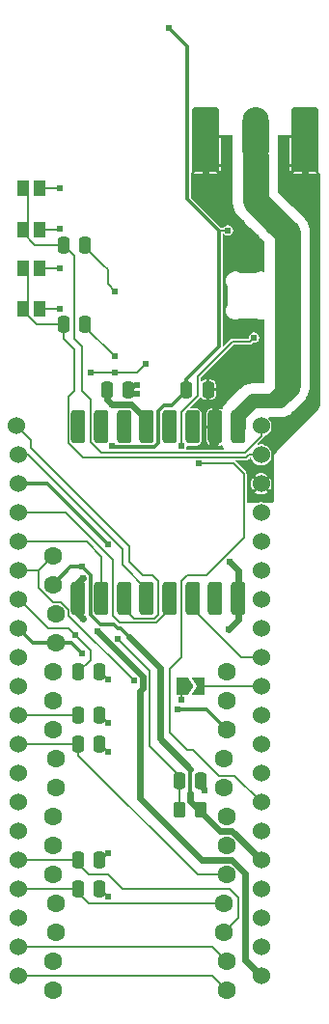
<source format=gbr>
%TF.GenerationSoftware,KiCad,Pcbnew,7.0.2-0*%
%TF.CreationDate,2023-07-09T23:01:49-07:00*%
%TF.ProjectId,thumbs-down-hw,7468756d-6273-42d6-946f-776e2d68772e,rev?*%
%TF.SameCoordinates,PX80fd3d8PY8977a68*%
%TF.FileFunction,Copper,L1,Top*%
%TF.FilePolarity,Positive*%
%FSLAX46Y46*%
G04 Gerber Fmt 4.6, Leading zero omitted, Abs format (unit mm)*
G04 Created by KiCad (PCBNEW 7.0.2-0) date 2023-07-09 23:01:49*
%MOMM*%
%LPD*%
G01*
G04 APERTURE LIST*
G04 Aperture macros list*
%AMRoundRect*
0 Rectangle with rounded corners*
0 $1 Rounding radius*
0 $2 $3 $4 $5 $6 $7 $8 $9 X,Y pos of 4 corners*
0 Add a 4 corners polygon primitive as box body*
4,1,4,$2,$3,$4,$5,$6,$7,$8,$9,$2,$3,0*
0 Add four circle primitives for the rounded corners*
1,1,$1+$1,$2,$3*
1,1,$1+$1,$4,$5*
1,1,$1+$1,$6,$7*
1,1,$1+$1,$8,$9*
0 Add four rect primitives between the rounded corners*
20,1,$1+$1,$2,$3,$4,$5,0*
20,1,$1+$1,$4,$5,$6,$7,0*
20,1,$1+$1,$6,$7,$8,$9,0*
20,1,$1+$1,$8,$9,$2,$3,0*%
%AMFreePoly0*
4,1,6,1.000000,0.000000,0.500000,-0.750000,-0.500000,-0.750000,-0.500000,0.750000,0.500000,0.750000,1.000000,0.000000,1.000000,0.000000,$1*%
%AMFreePoly1*
4,1,6,0.500000,-0.750000,-0.650000,-0.750000,-0.150000,0.000000,-0.650000,0.750000,0.500000,0.750000,0.500000,-0.750000,0.500000,-0.750000,$1*%
G04 Aperture macros list end*
%TA.AperFunction,SMDPad,CuDef*%
%ADD10RoundRect,0.250000X-0.250000X-0.475000X0.250000X-0.475000X0.250000X0.475000X-0.250000X0.475000X0*%
%TD*%
%TA.AperFunction,SMDPad,CuDef*%
%ADD11R,1.050000X1.400000*%
%TD*%
%TA.AperFunction,SMDPad,CuDef*%
%ADD12RoundRect,0.250000X0.262500X0.450000X-0.262500X0.450000X-0.262500X-0.450000X0.262500X-0.450000X0*%
%TD*%
%TA.AperFunction,ComponentPad*%
%ADD13C,1.600000*%
%TD*%
%TA.AperFunction,SMDPad,CuDef*%
%ADD14RoundRect,1.145000X0.000000X1.395000X0.000000X-1.395000X0.000000X-1.395000X0.000000X1.395000X0*%
%TD*%
%TA.AperFunction,ComponentPad*%
%ADD15C,1.204800*%
%TD*%
%TA.AperFunction,SMDPad,CuDef*%
%ADD16RoundRect,0.304800X-0.905200X2.235200X-0.905200X-2.235200X0.905200X-2.235200X0.905200X2.235200X0*%
%TD*%
%TA.AperFunction,SMDPad,CuDef*%
%ADD17RoundRect,0.304800X-0.905200X0.330200X-0.905200X-0.330200X0.905200X-0.330200X0.905200X0.330200X0*%
%TD*%
%TA.AperFunction,ComponentPad*%
%ADD18C,0.609600*%
%TD*%
%TA.AperFunction,SMDPad,CuDef*%
%ADD19FreePoly0,0.000000*%
%TD*%
%TA.AperFunction,SMDPad,CuDef*%
%ADD20FreePoly1,0.000000*%
%TD*%
%TA.AperFunction,SMDPad,CuDef*%
%ADD21RoundRect,0.317500X0.317500X-1.157500X0.317500X1.157500X-0.317500X1.157500X-0.317500X-1.157500X0*%
%TD*%
%TA.AperFunction,ComponentPad*%
%ADD22C,1.524000*%
%TD*%
%TA.AperFunction,ViaPad*%
%ADD23C,0.609600*%
%TD*%
%TA.AperFunction,Conductor*%
%ADD24C,0.203200*%
%TD*%
%TA.AperFunction,Conductor*%
%ADD25C,0.609600*%
%TD*%
%TA.AperFunction,Conductor*%
%ADD26C,0.304800*%
%TD*%
%TA.AperFunction,Conductor*%
%ADD27C,0.152400*%
%TD*%
%TA.AperFunction,Conductor*%
%ADD28C,1.270000*%
%TD*%
%TA.AperFunction,Conductor*%
%ADD29C,2.290000*%
%TD*%
G04 APERTURE END LIST*
D10*
%TO.P,C6,1*%
%TO.N,+3V3*%
X9210000Y59690000D03*
%TO.P,C6,2*%
%TO.N,GND*%
X11110000Y59690000D03*
%TD*%
%TO.P,C5,1*%
%TO.N,/GPIO3*%
X6670000Y18415000D03*
%TO.P,C5,2*%
%TO.N,GND*%
X8570000Y18415000D03*
%TD*%
%TO.P,C1,1*%
%TO.N,/GPIO10*%
X6670000Y34925000D03*
%TO.P,C1,2*%
%TO.N,GND*%
X8570000Y34925000D03*
%TD*%
D11*
%TO.P,SW10,1,1*%
%TO.N,/SW_V*%
X3260000Y70380000D03*
X3260000Y66780000D03*
%TO.P,SW10,2,2*%
%TO.N,/GPIO17*%
X1820000Y70380000D03*
X1820000Y66780000D03*
%TD*%
D12*
%TO.P,R1,1*%
%TO.N,+3V3*%
X17422500Y22860000D03*
%TO.P,R1,2*%
%TO.N,/SW_V*%
X15597500Y22860000D03*
%TD*%
D10*
%TO.P,C3,1*%
%TO.N,/GPIO6*%
X6670000Y28575000D03*
%TO.P,C3,2*%
%TO.N,GND*%
X8570000Y28575000D03*
%TD*%
D13*
%TO.P,A1,1,~{RESET}*%
%TO.N,/GPIO11*%
X4445000Y45085000D03*
%TO.P,A1,2,3V3*%
%TO.N,+3V3*%
X4445000Y42545000D03*
%TO.P,A1,3,AREF*%
%TO.N,unconnected-(A1-AREF-Pad3)*%
X4699000Y40005000D03*
%TO.P,A1,4,GND*%
%TO.N,GND*%
X4699000Y37465000D03*
%TO.P,A1,5,A0*%
%TO.N,unconnected-(A1-A0-Pad5)*%
X4445000Y34925000D03*
%TO.P,A1,6,A1*%
%TO.N,unconnected-(A1-A1-Pad6)*%
X4445000Y32385000D03*
%TO.P,A1,7,A2*%
%TO.N,unconnected-(A1-A2-Pad7)*%
X4445000Y29845000D03*
%TO.P,A1,8,A3*%
%TO.N,unconnected-(A1-A3-Pad8)*%
X4699000Y27305000D03*
%TO.P,A1,9,A4*%
%TO.N,unconnected-(A1-A4-Pad9)*%
X4699000Y24765000D03*
%TO.P,A1,10,A5*%
%TO.N,unconnected-(A1-A5-Pad10)*%
X4445000Y22225000D03*
%TO.P,A1,11,SCK*%
%TO.N,unconnected-(A1-SCK-Pad11)*%
X4445000Y19685000D03*
%TO.P,A1,12,MOSI*%
%TO.N,unconnected-(A1-MOSI-Pad12)*%
X4445000Y17145000D03*
%TO.P,A1,13,MISO*%
%TO.N,unconnected-(A1-MISO-Pad13)*%
X4699000Y14605000D03*
%TO.P,A1,14,RX*%
%TO.N,unconnected-(A1-RX-Pad14)*%
X4699000Y12065000D03*
%TO.P,A1,15,TX*%
%TO.N,unconnected-(A1-TX-Pad15)*%
X4445000Y9525000D03*
%TO.P,A1,16,SPARE*%
%TO.N,unconnected-(A1-SPARE-Pad16)*%
X4445000Y6985000D03*
%TO.P,A1,17,SDA*%
%TO.N,/DISP_SDA*%
X19685000Y6985000D03*
%TO.P,A1,18,SCL*%
%TO.N,/DISP_SCL*%
X19685000Y9525000D03*
%TO.P,A1,19,D0*%
%TO.N,/GPIO3*%
X19431000Y12065000D03*
%TO.P,A1,20,D1*%
%TO.N,/GPIO2*%
X19431000Y14605000D03*
%TO.P,A1,21,D2*%
%TO.N,/GPIO6*%
X19685000Y17145000D03*
%TO.P,A1,22,D3*%
%TO.N,unconnected-(A1-D3-Pad22)*%
X19685000Y19685000D03*
%TO.P,A1,23,D4*%
%TO.N,unconnected-(A1-D4-Pad23)*%
X19685000Y22225000D03*
%TO.P,A1,24,D5*%
%TO.N,unconnected-(A1-D5-Pad24)*%
X19431000Y24765000D03*
%TO.P,A1,25,D6*%
%TO.N,unconnected-(A1-D6-Pad25)*%
X19431000Y27305000D03*
%TO.P,A1,26,USB*%
%TO.N,+5V*%
X19685000Y29845000D03*
%TO.P,A1,27,EN*%
%TO.N,unconnected-(A1-EN-Pad27)*%
X19685000Y32385000D03*
%TO.P,A1,28,VBAT*%
%TO.N,unconnected-(A1-VBAT-Pad28)*%
X19685000Y34925000D03*
%TD*%
D10*
%TO.P,C10,1*%
%TO.N,/GPIO17*%
X5400000Y65405000D03*
%TO.P,C10,2*%
%TO.N,GND*%
X7300000Y65405000D03*
%TD*%
%TO.P,C4,1*%
%TO.N,/GPIO2*%
X6670000Y15875000D03*
%TO.P,C4,2*%
%TO.N,GND*%
X8570000Y15875000D03*
%TD*%
D14*
%TO.P,AE1,1,A*%
%TO.N,/RFM_ANT*%
X22225000Y81915000D03*
D15*
X22225000Y80195000D03*
D16*
%TO.P,AE1,2,Shield*%
%TO.N,GND*%
X26605000Y81915000D03*
X17845000Y81915000D03*
D17*
X26605000Y79382200D03*
X17845000Y79382200D03*
D18*
X27508200Y79052000D03*
X26593800Y79052000D03*
X25704800Y79052000D03*
X18745200Y79052000D03*
X17856200Y79052000D03*
X16941800Y79052000D03*
%TD*%
D10*
%TO.P,C9,1*%
%TO.N,/GPIO16*%
X5400000Y72390000D03*
%TO.P,C9,2*%
%TO.N,GND*%
X7300000Y72390000D03*
%TD*%
D19*
%TO.P,JP1,1,A*%
%TO.N,/GPIO11*%
X15785000Y33655000D03*
D20*
%TO.P,JP1,2,B*%
%TO.N,/PICO_RESET*%
X17235000Y33655000D03*
%TD*%
D10*
%TO.P,C7,1*%
%TO.N,+5V*%
X16195000Y59690000D03*
%TO.P,C7,2*%
%TO.N,GND*%
X18095000Y59690000D03*
%TD*%
%TO.P,C2,1*%
%TO.N,/GPIO7*%
X6670000Y31115000D03*
%TO.P,C2,2*%
%TO.N,GND*%
X8570000Y31115000D03*
%TD*%
%TO.P,R2,1*%
%TO.N,/SW_V*%
X15560000Y25400000D03*
%TO.P,R2,2*%
%TO.N,GND*%
X17460000Y25400000D03*
%TD*%
D11*
%TO.P,SW9,1,1*%
%TO.N,/SW_V*%
X3260000Y77365000D03*
X3260000Y73765000D03*
%TO.P,SW9,2,2*%
%TO.N,/GPIO16*%
X1820000Y77365000D03*
X1820000Y73765000D03*
%TD*%
D21*
%TO.P,U2,1,GND*%
%TO.N,GND*%
X6716000Y41370000D03*
%TO.P,U2,2,MISO*%
%TO.N,/RFM_MISO*%
X8716000Y41370000D03*
%TO.P,U2,3,MOSI*%
%TO.N,/RFM_MOSI*%
X10716000Y41370000D03*
%TO.P,U2,4,SCK*%
%TO.N,/RFM_SCK*%
X12716000Y41370000D03*
%TO.P,U2,5,NSS*%
%TO.N,/RFM_CSn*%
X14716000Y41370000D03*
%TO.P,U2,6,RESET*%
%TO.N,/RFM_RESET*%
X16716000Y41370000D03*
%TO.P,U2,7,DIO5*%
%TO.N,unconnected-(U2-DIO5-Pad7)*%
X18716000Y41370000D03*
%TO.P,U2,8,GND*%
%TO.N,GND*%
X20716000Y41370000D03*
%TO.P,U2,9,ANT*%
%TO.N,/RFM_ANT*%
X20716000Y56420000D03*
%TO.P,U2,10,GND*%
%TO.N,GND*%
X18716000Y56420000D03*
%TO.P,U2,11,DIO3*%
%TO.N,unconnected-(U2-DIO3-Pad11)*%
X16716000Y56420000D03*
%TO.P,U2,12,DIO4*%
%TO.N,unconnected-(U2-DIO4-Pad12)*%
X14716000Y56420000D03*
%TO.P,U2,13,3.3V*%
%TO.N,+3V3*%
X12716000Y56420000D03*
%TO.P,U2,14,DIO0*%
%TO.N,unconnected-(U2-DIO0-Pad14)*%
X10716000Y56420000D03*
%TO.P,U2,15,DIO1*%
%TO.N,unconnected-(U2-DIO1-Pad15)*%
X8716000Y56420000D03*
%TO.P,U2,16,DIO2*%
%TO.N,unconnected-(U2-DIO2-Pad16)*%
X6716000Y56420000D03*
%TD*%
D22*
%TO.P,U1,1,GPIO0*%
%TO.N,/DISP_SDA*%
X1397000Y8255000D03*
%TO.P,U1,2,GPIO1*%
%TO.N,/DISP_SCL*%
X1397000Y10795000D03*
%TO.P,U1,3,GND*%
%TO.N,GND*%
X1397000Y13335000D03*
%TO.P,U1,4,GPIO2*%
%TO.N,/GPIO2*%
X1397000Y15875000D03*
%TO.P,U1,5,GPIO3*%
%TO.N,/GPIO3*%
X1397000Y18415000D03*
%TO.P,U1,6,GPIO4*%
%TO.N,/GPIO4*%
X1397000Y20955000D03*
%TO.P,U1,7,GPIO5*%
%TO.N,/GPIO5*%
X1397000Y23495000D03*
%TO.P,U1,8,GND*%
%TO.N,GND*%
X1397000Y26035000D03*
%TO.P,U1,9,GPIO6*%
%TO.N,/GPIO6*%
X1397000Y28575000D03*
%TO.P,U1,10,GPIO7*%
%TO.N,/GPIO7*%
X1397000Y31115000D03*
%TO.P,U1,11,GPIO8*%
%TO.N,/GPIO8*%
X1397000Y33655000D03*
%TO.P,U1,12,GPIO9*%
%TO.N,/GPIO9*%
X1397000Y36195000D03*
%TO.P,U1,13,GND*%
%TO.N,GND*%
X1397000Y38735000D03*
%TO.P,U1,14,GPIO10*%
%TO.N,/GPIO10*%
X1397000Y41275000D03*
%TO.P,U1,15,GPIO11*%
%TO.N,/GPIO11*%
X1397000Y43815000D03*
%TO.P,U1,16,GPIO12*%
%TO.N,/RFM_MISO*%
X1397000Y46355000D03*
%TO.P,U1,17,GPIO13*%
%TO.N,/RFM_CSn*%
X1397000Y48895000D03*
%TO.P,U1,18,GND*%
%TO.N,GND*%
X1397000Y51435000D03*
%TO.P,U1,19,GPIO14*%
%TO.N,/RFM_SCK*%
X1397000Y53975000D03*
%TO.P,U1,20,GPIO15*%
%TO.N,/RFM_MOSI*%
X1270000Y56515000D03*
%TO.P,U1,21,GPIO16*%
%TO.N,/GPIO16*%
X22733000Y56515000D03*
%TO.P,U1,22,GPIO17*%
%TO.N,/GPIO17*%
X22733000Y53975000D03*
%TO.P,U1,23,GND*%
%TO.N,GND*%
X22733000Y51435000D03*
%TO.P,U1,24,GPIO18*%
%TO.N,/GPIO18*%
X22733000Y48895000D03*
%TO.P,U1,25,GPIO19*%
%TO.N,/GPIO19*%
X22733000Y46355000D03*
%TO.P,U1,26,GPIO20*%
%TO.N,/GPIO20*%
X22733000Y43815000D03*
%TO.P,U1,27,GPIO21*%
%TO.N,/GPIO21*%
X22733000Y41275000D03*
%TO.P,U1,28,GND*%
%TO.N,GND*%
X22733000Y38735000D03*
%TO.P,U1,29,GPIO22*%
%TO.N,/RFM_RESET*%
X22733000Y36195000D03*
%TO.P,U1,30,RUN*%
%TO.N,/PICO_RESET*%
X22733000Y33655000D03*
%TO.P,U1,31,GPIO26_ADC0*%
%TO.N,/GPIO26*%
X22733000Y31115000D03*
%TO.P,U1,32,GPIO27_ADC1*%
%TO.N,/GPIO27*%
X22733000Y28575000D03*
%TO.P,U1,33,AGND*%
%TO.N,GND*%
X22733000Y26035000D03*
%TO.P,U1,34,GPIO28_ADC2*%
%TO.N,/LED_DI_1*%
X22733000Y23495000D03*
%TO.P,U1,35,ADC_VREF*%
%TO.N,unconnected-(U1-ADC_VREF-Pad35)*%
X22733000Y20955000D03*
%TO.P,U1,36,3V3*%
%TO.N,+3V3*%
X22733000Y18415000D03*
%TO.P,U1,37,3V3_EN*%
%TO.N,unconnected-(U1-3V3_EN-Pad37)*%
X22733000Y15875000D03*
%TO.P,U1,38,GND*%
%TO.N,GND*%
X22733000Y13335000D03*
%TO.P,U1,39,VSYS*%
%TO.N,/VSYS*%
X22733000Y10795000D03*
%TO.P,U1,40,VBUS*%
%TO.N,+5V*%
X22733000Y8255000D03*
%TD*%
D23*
%TO.N,GND*%
X9271000Y34290000D03*
%TO.N,/GPIO10*%
X6413500Y38163500D03*
%TO.N,GND*%
X9906000Y62611000D03*
X27305000Y73025000D03*
X9271000Y15240000D03*
X7112000Y39624000D03*
X27305000Y65405000D03*
X11811000Y59309000D03*
X19939000Y44577000D03*
X19685000Y75565000D03*
X19685000Y59055000D03*
X27305000Y66675000D03*
X19939000Y64770000D03*
X24130000Y55880000D03*
X20955000Y74295000D03*
X27305000Y64135000D03*
X27305000Y71755000D03*
X27305000Y67945000D03*
X19913600Y38709600D03*
X22225000Y62865000D03*
X20955000Y60325000D03*
X20320000Y74930000D03*
X19050000Y76200000D03*
X17780000Y24511000D03*
X9271000Y27940000D03*
X21590000Y60960000D03*
X19939000Y65659000D03*
X27305000Y75565000D03*
X27305000Y69215000D03*
X27305000Y61595000D03*
X22225000Y73025000D03*
X27305000Y70485000D03*
X24765000Y56515000D03*
X27305000Y62865000D03*
X9271000Y19050000D03*
X9271000Y30480000D03*
X20320000Y59690000D03*
X27305000Y60325000D03*
X27305000Y74295000D03*
X19939000Y71120000D03*
X9906000Y68326000D03*
X22225000Y61595000D03*
X11811000Y60071000D03*
X6985000Y36576000D03*
X7112000Y43180000D03*
X18415000Y54737000D03*
X21590000Y73660000D03*
X9271000Y46101000D03*
X26035000Y57785000D03*
X27305000Y59055000D03*
X27305000Y76835000D03*
X26670000Y58420000D03*
X19939000Y70231000D03*
X25400000Y57150000D03*
%TO.N,/GPIO11*%
X11557000Y34163000D03*
X15748000Y32512000D03*
%TO.N,+5V*%
X19812000Y73660000D03*
X12065000Y31623000D03*
X15367000Y31623000D03*
X8382000Y38481000D03*
X9652000Y54737000D03*
X14605000Y91440000D03*
%TO.N,/LED_DI_1*%
X15748000Y54737000D03*
X22098000Y64262000D03*
X17272000Y53213000D03*
%TO.N,+3V3*%
X7033598Y44142730D03*
X9652000Y58420000D03*
%TO.N,/SW_V*%
X10160000Y37846000D03*
X12573000Y61976000D03*
X5080000Y77343000D03*
X5080000Y73787000D03*
X7747000Y61214000D03*
X9906000Y61214000D03*
X5080000Y66802000D03*
X5080000Y70358000D03*
%TD*%
D24*
%TO.N,GND*%
X8636000Y34925000D02*
X9271000Y34290000D01*
X8570000Y34925000D02*
X8636000Y34925000D01*
%TO.N,/GPIO6*%
X19685000Y17145000D02*
X17145000Y17145000D01*
X17145000Y17145000D02*
X6670000Y27620000D01*
X6670000Y27620000D02*
X6670000Y28575000D01*
%TO.N,/GPIO7*%
X1397000Y31115000D02*
X6670000Y31115000D01*
%TO.N,/GPIO6*%
X1397000Y28575000D02*
X6670000Y28575000D01*
%TO.N,/DISP_SCL*%
X1397000Y10795000D02*
X18415000Y10795000D01*
X18415000Y10795000D02*
X19685000Y9525000D01*
%TO.N,/DISP_SDA*%
X1397000Y8255000D02*
X18415000Y8255000D01*
X18415000Y8255000D02*
X19685000Y6985000D01*
%TO.N,/GPIO3*%
X20701000Y13335000D02*
X20701000Y15113000D01*
X9271000Y17145000D02*
X7620000Y17145000D01*
X20701000Y15113000D02*
X19939000Y15875000D01*
X19939000Y15875000D02*
X10541000Y15875000D01*
X19431000Y12065000D02*
X20701000Y13335000D01*
X10541000Y15875000D02*
X9271000Y17145000D01*
X6670000Y18095000D02*
X6670000Y18415000D01*
X7620000Y17145000D02*
X6670000Y18095000D01*
%TO.N,/GPIO2*%
X6670000Y15555000D02*
X7620000Y14605000D01*
X6670000Y15875000D02*
X6670000Y15555000D01*
X7620000Y14605000D02*
X19431000Y14605000D01*
%TO.N,/GPIO10*%
X7747000Y36830000D02*
X6413500Y38163500D01*
X6413500Y38163500D02*
X5842000Y38735000D01*
X5842000Y38735000D02*
X4064000Y38735000D01*
X6670000Y34925000D02*
X7747000Y36002000D01*
X7747000Y36002000D02*
X7747000Y36830000D01*
X4064000Y38735000D02*
X1524000Y41275000D01*
X1524000Y41275000D02*
X1397000Y41275000D01*
%TO.N,GND*%
X8636000Y31115000D02*
X9271000Y30480000D01*
D25*
X20320000Y59690000D02*
X20955000Y60325000D01*
X27305000Y65405000D02*
X27305000Y64135000D01*
X25400000Y57150000D02*
X24765000Y56515000D01*
D24*
X16941800Y79052000D02*
X16941800Y78892400D01*
D25*
X21590000Y73660000D02*
X22225000Y73025000D01*
D24*
X22733000Y64643000D02*
X22098000Y65278000D01*
D26*
X1397000Y51435000D02*
X3937000Y51435000D01*
D24*
X8636000Y15875000D02*
X9271000Y15240000D01*
D25*
X18716000Y55038000D02*
X18415000Y54737000D01*
X21590000Y60960000D02*
X22225000Y61595000D01*
X27305000Y60325000D02*
X27305000Y59055000D01*
D24*
X22733000Y63627000D02*
X22733000Y64643000D01*
X19939000Y65659000D02*
X19939000Y64770000D01*
D25*
X20320000Y71120000D02*
X19939000Y71120000D01*
X26593800Y77546200D02*
X26593800Y78721800D01*
X6716000Y40020000D02*
X7112000Y39624000D01*
X26670000Y58420000D02*
X26035000Y57785000D01*
D24*
X11110000Y59690000D02*
X11430000Y59690000D01*
X9271000Y68961000D02*
X9906000Y68326000D01*
D25*
X18716000Y56420000D02*
X18716000Y58086000D01*
X27305000Y73025000D02*
X27305000Y71755000D01*
D24*
X27508200Y79052000D02*
X27508200Y78892400D01*
D25*
X20716000Y41370000D02*
X20716000Y43800000D01*
X18716000Y58086000D02*
X19685000Y59055000D01*
X20716000Y39512000D02*
X19913600Y38709600D01*
D24*
X20320000Y65278000D02*
X19939000Y65659000D01*
D25*
X17856200Y79052000D02*
X17856200Y77393800D01*
X24765000Y56515000D02*
X24130000Y55880000D01*
D24*
X11430000Y59690000D02*
X11811000Y59309000D01*
X22098000Y65278000D02*
X20320000Y65278000D01*
X8570000Y31115000D02*
X8636000Y31115000D01*
X8636000Y18415000D02*
X9271000Y19050000D01*
D25*
X6716000Y41370000D02*
X6716000Y42784000D01*
X27305000Y67945000D02*
X27305000Y66675000D01*
D24*
X8890000Y70612000D02*
X9271000Y70231000D01*
X8570000Y18415000D02*
X8636000Y18415000D01*
X16941800Y78892400D02*
X16662400Y78613000D01*
X22225000Y62865000D02*
X22225000Y63119000D01*
D25*
X27305000Y75565000D02*
X27305000Y74295000D01*
X6716000Y42784000D02*
X7112000Y43180000D01*
D26*
X17460000Y24831000D02*
X17780000Y24511000D01*
D25*
X22225000Y73025000D02*
X20320000Y71120000D01*
D26*
X4699000Y37465000D02*
X6096000Y37465000D01*
D24*
X8570000Y28575000D02*
X8636000Y28575000D01*
X8570000Y15875000D02*
X8636000Y15875000D01*
D25*
X18716000Y56420000D02*
X18716000Y55038000D01*
D24*
X7300000Y65217000D02*
X9906000Y62611000D01*
D26*
X6096000Y37465000D02*
X6985000Y36576000D01*
D25*
X20716000Y43800000D02*
X19939000Y44577000D01*
D26*
X2667000Y37465000D02*
X4699000Y37465000D01*
D25*
X27305000Y76835000D02*
X26593800Y77546200D01*
D24*
X7300000Y72202000D02*
X8890000Y70612000D01*
D26*
X1397000Y38735000D02*
X2667000Y37465000D01*
D25*
X19050000Y76200000D02*
X19685000Y75565000D01*
D24*
X22225000Y63119000D02*
X22733000Y63627000D01*
D25*
X6716000Y41370000D02*
X6716000Y40020000D01*
D24*
X7300000Y72390000D02*
X7300000Y72202000D01*
D25*
X20716000Y41370000D02*
X20716000Y39512000D01*
D26*
X9271000Y46101000D02*
X3937000Y51435000D01*
D25*
X27305000Y70485000D02*
X27305000Y69215000D01*
D24*
X8570000Y34925000D02*
X8570000Y34864000D01*
D26*
X17460000Y25400000D02*
X17460000Y24831000D01*
D24*
X8636000Y28575000D02*
X9271000Y27940000D01*
D25*
X27305000Y62865000D02*
X27305000Y61595000D01*
X17856200Y77393800D02*
X19050000Y76200000D01*
D24*
X7300000Y65405000D02*
X7300000Y64836000D01*
X9271000Y70231000D02*
X9271000Y68961000D01*
X27508200Y78892400D02*
X27787600Y78613000D01*
X7300000Y65405000D02*
X7300000Y65217000D01*
X11430000Y59690000D02*
X11811000Y60071000D01*
D25*
X20320000Y74930000D02*
X20955000Y74295000D01*
D27*
%TO.N,/GPIO11*%
X15785000Y32549000D02*
X15748000Y32512000D01*
D24*
X5827000Y40386000D02*
X5827000Y39893000D01*
X5827000Y39893000D02*
X11557000Y34163000D01*
X1397000Y43815000D02*
X3175000Y43815000D01*
D27*
X15748000Y32512000D02*
X15748000Y33618000D01*
D24*
X5154000Y41059000D02*
X5827000Y40386000D01*
X3175000Y43815000D02*
X4445000Y45085000D01*
X3175000Y43815000D02*
X3175000Y42324418D01*
D27*
X15748000Y33618000D02*
X15785000Y33655000D01*
D24*
X3175000Y42324418D02*
X4440418Y41059000D01*
X4440418Y41059000D02*
X5154000Y41059000D01*
%TO.N,/GPIO16*%
X6985000Y59563000D02*
X7747000Y58801000D01*
X7747000Y55105777D02*
X8674077Y54178700D01*
X2244000Y76941000D02*
X1820000Y77365000D01*
X21285700Y54178700D02*
X22733000Y55626000D01*
X6350000Y71440000D02*
X6350000Y64135000D01*
X7747000Y58801000D02*
X7747000Y55105777D01*
X8674077Y54178700D02*
X21285700Y54178700D01*
X2902000Y72390000D02*
X1820000Y73472000D01*
X1820000Y73765000D02*
X2244000Y74189000D01*
X22733000Y55626000D02*
X22733000Y56515000D01*
X6350000Y64135000D02*
X6985000Y63500000D01*
X6985000Y63500000D02*
X6985000Y59563000D01*
X5400000Y72390000D02*
X6350000Y71440000D01*
X1820000Y73472000D02*
X1820000Y73765000D01*
X2244000Y74189000D02*
X2244000Y76941000D01*
X5400000Y72390000D02*
X2902000Y72390000D01*
%TO.N,/GPIO17*%
X5827000Y59040000D02*
X6350000Y59563000D01*
X5400000Y65405000D02*
X3020000Y65405000D01*
X2244000Y67379000D02*
X2244000Y69956000D01*
X21655370Y53975000D02*
X21451670Y53771300D01*
X1820000Y66780000D02*
X1820000Y66955000D01*
X5827000Y55025777D02*
X5827000Y59040000D01*
X2244000Y69956000D02*
X1820000Y70380000D01*
X6350000Y63246000D02*
X5400000Y64196000D01*
X6350000Y59563000D02*
X6350000Y63246000D01*
X21451670Y53771300D02*
X7081477Y53771300D01*
X5400000Y64196000D02*
X5400000Y65405000D01*
X1820000Y66955000D02*
X2244000Y67379000D01*
X1820000Y66605000D02*
X1820000Y66780000D01*
X7081477Y53771300D02*
X5827000Y55025777D01*
X22733000Y53975000D02*
X21655370Y53975000D01*
X3020000Y65405000D02*
X1820000Y66605000D01*
%TO.N,/GPIO2*%
X6670000Y15875000D02*
X1397000Y15875000D01*
%TO.N,/GPIO3*%
X6670000Y18415000D02*
X1397000Y18415000D01*
D26*
%TO.N,+5V*%
X9652000Y54737000D02*
X9748800Y54640200D01*
D25*
X12319000Y33528000D02*
X12319000Y34544000D01*
X17513200Y18427800D02*
X12065000Y23876000D01*
D26*
X19050000Y63500000D02*
X16195000Y60645000D01*
X13716000Y57775065D02*
X14233935Y58293000D01*
D25*
X12319000Y34544000D02*
X11303000Y35560000D01*
D26*
X14605000Y91440000D02*
X16256000Y89789000D01*
X19050000Y73660000D02*
X19050000Y71755000D01*
X17907000Y31623000D02*
X16891000Y31623000D01*
D25*
X11303000Y35560000D02*
X8382000Y38481000D01*
D26*
X16195000Y59629000D02*
X16195000Y59690000D01*
X13716000Y54991000D02*
X13716000Y57775065D01*
D25*
X21336000Y17272000D02*
X20180200Y18427800D01*
X20180200Y18427800D02*
X17513200Y18427800D01*
D26*
X16256000Y89789000D02*
X16256000Y76454000D01*
D25*
X12065000Y23876000D02*
X12065000Y31623000D01*
X22733000Y8255000D02*
X21336000Y9652000D01*
D26*
X14859000Y58293000D02*
X16195000Y59629000D01*
X13365200Y54640200D02*
X13716000Y54991000D01*
D25*
X12065000Y33274000D02*
X12319000Y33528000D01*
D26*
X16256000Y76454000D02*
X19050000Y73660000D01*
X16891000Y31623000D02*
X15367000Y31623000D01*
D24*
X19812000Y73660000D02*
X19050000Y73660000D01*
D26*
X19050000Y71755000D02*
X19050000Y63500000D01*
D25*
X12065000Y31623000D02*
X12065000Y33274000D01*
D26*
X9748800Y54640200D02*
X13365200Y54640200D01*
D25*
X21336000Y9652000D02*
X21336000Y17272000D01*
D26*
X14233935Y58293000D02*
X14859000Y58293000D01*
X19685000Y29845000D02*
X17907000Y31623000D01*
X16195000Y60645000D02*
X16195000Y59690000D01*
D24*
%TO.N,/LED_DI_1*%
X16764000Y28067000D02*
X19012000Y25819000D01*
X17272000Y53213000D02*
X20320000Y53213000D01*
X21209000Y46736000D02*
X17907000Y43434000D01*
X17145000Y59132223D02*
X15748000Y57735223D01*
X17145000Y59690000D02*
X17145000Y59132223D01*
X20409000Y25819000D02*
X22733000Y23495000D01*
X19012000Y25819000D02*
X20409000Y25819000D01*
X15748000Y57735223D02*
X15748000Y54737000D01*
X20320000Y53213000D02*
X21209000Y52324000D01*
X15748000Y36195000D02*
X14732000Y35179000D01*
X16274777Y43434000D02*
X15766777Y42926000D01*
X20193000Y63881000D02*
X17145000Y60833000D01*
X14732000Y29591000D02*
X16256000Y28067000D01*
X14732000Y35179000D02*
X14732000Y29591000D01*
X21717000Y63881000D02*
X20193000Y63881000D01*
X15748000Y42926000D02*
X15748000Y36195000D01*
X16256000Y28067000D02*
X16764000Y28067000D01*
X17907000Y43434000D02*
X16274777Y43434000D01*
X15766777Y42926000D02*
X15748000Y42926000D01*
X17145000Y60833000D02*
X17145000Y59690000D01*
X22098000Y64262000D02*
X21717000Y63881000D01*
X21209000Y52324000D02*
X21209000Y46736000D01*
D26*
%TO.N,+3V3*%
X6042730Y44142730D02*
X7033598Y44142730D01*
D25*
X12700000Y56436000D02*
X12716000Y56420000D01*
X13843000Y29083000D02*
X13843000Y35306000D01*
D24*
X9210000Y59690000D02*
X9210000Y60259000D01*
D26*
X7033598Y44142730D02*
X7776200Y43400128D01*
D25*
X19164250Y20967800D02*
X16510000Y23622050D01*
D26*
X7776200Y39954735D02*
X8614935Y39116000D01*
X16510000Y24257000D02*
X16510000Y26416000D01*
D25*
X9210000Y59690000D02*
X9210000Y58862000D01*
X16510000Y23622050D02*
X16510000Y24257000D01*
X11303000Y58420000D02*
X9652000Y58420000D01*
X16510000Y26416000D02*
X13843000Y29083000D01*
D26*
X10414000Y38735000D02*
X11176000Y37973000D01*
X7776200Y43400128D02*
X7776200Y39954735D01*
D25*
X9210000Y58862000D02*
X9652000Y58420000D01*
D26*
X8614935Y39116000D02*
X9779000Y39116000D01*
D25*
X22733000Y18415000D02*
X20180200Y20967800D01*
X12716000Y57007000D02*
X12716000Y56420000D01*
X20180200Y20967800D02*
X19164250Y20967800D01*
D26*
X4445000Y42545000D02*
X6042730Y44142730D01*
D25*
X12716000Y57007000D02*
X11303000Y58420000D01*
X13843000Y35306000D02*
X11176000Y37973000D01*
D26*
X10160000Y38735000D02*
X10414000Y38735000D01*
X9779000Y39116000D02*
X10160000Y38735000D01*
D24*
%TO.N,/SW_V*%
X5058000Y73765000D02*
X5080000Y73787000D01*
X15560000Y25842000D02*
X15560000Y25400000D01*
X15597500Y25362500D02*
X15560000Y25400000D01*
X3260000Y70380000D02*
X5058000Y70380000D01*
X3260000Y73765000D02*
X5058000Y73765000D01*
X11811000Y61214000D02*
X9906000Y61214000D01*
X5058000Y66780000D02*
X5080000Y66802000D01*
X15597500Y22860000D02*
X15597500Y25362500D01*
X3260000Y77365000D02*
X5058000Y77365000D01*
X5058000Y70380000D02*
X5080000Y70358000D01*
X3260000Y66780000D02*
X5058000Y66780000D01*
X7747000Y61214000D02*
X9906000Y61214000D01*
X10160000Y37846000D02*
X12954000Y35052000D01*
X12954000Y35052000D02*
X12954000Y28448000D01*
X12573000Y61976000D02*
X11811000Y61214000D01*
X5058000Y77365000D02*
X5080000Y77343000D01*
X12954000Y28448000D02*
X15560000Y25842000D01*
D28*
%TO.N,/RFM_ANT*%
X20716000Y57497000D02*
X21971000Y58752000D01*
X21971000Y58752000D02*
X23696200Y58752000D01*
D29*
X25015200Y66929000D02*
X25015200Y60071000D01*
D28*
X23696200Y58752000D02*
X25015200Y60071000D01*
X20716000Y56420000D02*
X20716000Y57497000D01*
D29*
X22225000Y76263267D02*
X24161634Y74326633D01*
X25015200Y73473067D02*
X25015200Y66929000D01*
D28*
X24407400Y58750200D02*
X25443300Y59784100D01*
D29*
X24161634Y74326633D02*
X25015200Y73473067D01*
X22225000Y80195000D02*
X22225000Y76263267D01*
D28*
X22682200Y58750200D02*
X24407400Y58750200D01*
D27*
%TO.N,/PICO_RESET*%
X22733000Y33655000D02*
X17235000Y33655000D01*
D24*
%TO.N,/RFM_MISO*%
X1397000Y46355000D02*
X7416800Y46355000D01*
X8763000Y41417000D02*
X8716000Y41370000D01*
X8716000Y41370000D02*
X8716000Y45055800D01*
X8716000Y45055800D02*
X7416800Y46355000D01*
%TO.N,/RFM_CSn*%
X14716000Y41370000D02*
X14716000Y40426612D01*
X13532887Y39243499D02*
X10337301Y39243499D01*
X5588000Y48895000D02*
X1397000Y48895000D01*
X14716000Y40426612D02*
X13532887Y39243499D01*
X9702800Y39878000D02*
X9702800Y44780200D01*
X9702800Y44780200D02*
X5588000Y48895000D01*
X10337301Y39243499D02*
X9702800Y39878000D01*
%TO.N,/RFM_SCK*%
X12716000Y42148000D02*
X10541000Y44323000D01*
X12716000Y41370000D02*
X12716000Y42148000D01*
X10541000Y44323000D02*
X10541000Y45720000D01*
X2286000Y53975000D02*
X1397000Y53975000D01*
X10541000Y45720000D02*
X2286000Y53975000D01*
%TO.N,/RFM_MOSI*%
X13716000Y42926000D02*
X13716000Y39928800D01*
X10716000Y40490400D02*
X10716000Y41370000D01*
X13385800Y39598600D02*
X11607800Y39598600D01*
X11176000Y45974000D02*
X11176000Y44577000D01*
X13716000Y39928800D02*
X13385800Y39598600D01*
X11176000Y44577000D02*
X12319000Y43434000D01*
X11607800Y39598600D02*
X10716000Y40490400D01*
X2540000Y54610000D02*
X11176000Y45974000D01*
X1270000Y56515000D02*
X2540000Y55245000D01*
X2540000Y55245000D02*
X2540000Y54610000D01*
X12319000Y43434000D02*
X13208000Y43434000D01*
X13208000Y43434000D02*
X13716000Y42926000D01*
%TO.N,/RFM_RESET*%
X22733000Y36195000D02*
X21005800Y36195000D01*
X16716000Y40484800D02*
X16716000Y41370000D01*
X21005800Y36195000D02*
X16716000Y40484800D01*
%TD*%
%TA.AperFunction,Conductor*%
%TO.N,GND*%
G36*
X20212638Y82024407D02*
G01*
X20238358Y81979858D01*
X20239500Y81966801D01*
X20239500Y80449084D01*
X20239595Y80447751D01*
X20239596Y80447733D01*
X20245666Y80362865D01*
X20245666Y80352137D01*
X20239596Y80267268D01*
X20239596Y80267264D01*
X20239500Y80265916D01*
X20239500Y80264569D01*
X20239500Y80264567D01*
X20239500Y76121263D01*
X20249235Y76053546D01*
X20249808Y76048210D01*
X20254687Y75979983D01*
X20269232Y75913120D01*
X20270184Y75907839D01*
X20279918Y75840144D01*
X20299192Y75774500D01*
X20300519Y75769299D01*
X20315059Y75702461D01*
X20338964Y75638367D01*
X20340659Y75633275D01*
X20359935Y75567629D01*
X20388352Y75505404D01*
X20390406Y75500445D01*
X20414309Y75436359D01*
X20447099Y75376309D01*
X20449501Y75371509D01*
X20477915Y75309290D01*
X20514905Y75251731D01*
X20517643Y75247116D01*
X20550424Y75187083D01*
X20591418Y75132322D01*
X20594481Y75127911D01*
X20631467Y75070358D01*
X20676266Y75018657D01*
X20679624Y75014492D01*
X20720626Y74959720D01*
X20770894Y74909453D01*
X20770894Y74909452D01*
X22707528Y72972818D01*
X23007674Y72672672D01*
X23029414Y72626053D01*
X23029700Y72619499D01*
X23029700Y70096754D01*
X23012107Y70048416D01*
X22967558Y70022696D01*
X22940416Y70022885D01*
X22814661Y70046862D01*
X22793100Y70050973D01*
X22793099Y70050973D01*
X22621523Y70046862D01*
X22585286Y70038135D01*
X22454661Y70006677D01*
X22454659Y70006677D01*
X22454658Y70006676D01*
X22431703Y69995666D01*
X22431067Y69995476D01*
X22379741Y69970748D01*
X22374583Y69968497D01*
X22355436Y69960980D01*
X22344685Y69957664D01*
X22327388Y69953717D01*
X22316259Y69952041D01*
X22295749Y69950509D01*
X22290123Y69950300D01*
X22232693Y69950319D01*
X22232568Y69950299D01*
X20889995Y69950299D01*
X20884372Y69950510D01*
X20878667Y69950938D01*
X20863793Y69952054D01*
X20852686Y69953729D01*
X20835306Y69957696D01*
X20824571Y69961007D01*
X20805570Y69968463D01*
X20800515Y69970663D01*
X20779009Y69980979D01*
X20748885Y69995483D01*
X20748576Y69995577D01*
X20725353Y70006715D01*
X20558482Y70046901D01*
X20386897Y70051012D01*
X20218295Y70018867D01*
X20060257Y69951906D01*
X19919887Y69853143D01*
X19803479Y69727006D01*
X19716276Y69579173D01*
X19662190Y69416277D01*
X19643653Y69245643D01*
X19661497Y69074940D01*
X19714921Y68911823D01*
X19727725Y68889840D01*
X19727940Y68889289D01*
X19756441Y68840525D01*
X19759529Y68834665D01*
X19769907Y68812666D01*
X19774479Y68800242D01*
X19779968Y68779978D01*
X19782291Y68766944D01*
X19784407Y68743026D01*
X19784700Y68736399D01*
X19784700Y67210367D01*
X19784694Y67210327D01*
X19784699Y67153838D01*
X19784408Y67147220D01*
X19782270Y67122993D01*
X19779949Y67109955D01*
X19774467Y67089703D01*
X19769896Y67077278D01*
X19759633Y67055514D01*
X19756547Y67049653D01*
X19727985Y67000766D01*
X19727706Y67000052D01*
X19714957Y66978162D01*
X19714956Y66978160D01*
X19714956Y66978159D01*
X19707231Y66954571D01*
X19661535Y66815050D01*
X19643692Y66644357D01*
X19662228Y66473731D01*
X19716312Y66310843D01*
X19803512Y66163014D01*
X19861629Y66100040D01*
X19919910Y66036888D01*
X20019385Y65966899D01*
X20060276Y65938128D01*
X20060277Y65938128D01*
X20060278Y65938127D01*
X20218308Y65871171D01*
X20386901Y65839026D01*
X20558482Y65843139D01*
X20725341Y65883323D01*
X20748180Y65894279D01*
X20748726Y65894441D01*
X20759157Y65899464D01*
X20759159Y65899464D01*
X20800197Y65919224D01*
X20805304Y65921452D01*
X20824576Y65929015D01*
X20835278Y65932317D01*
X20852702Y65936294D01*
X20863770Y65937962D01*
X20884167Y65939492D01*
X20889769Y65939701D01*
X22290005Y65939701D01*
X22295629Y65939490D01*
X22299403Y65939207D01*
X22316206Y65937947D01*
X22327313Y65936272D01*
X22344693Y65932305D01*
X22355428Y65928994D01*
X22374434Y65921536D01*
X22379468Y65919346D01*
X22400989Y65909023D01*
X22420841Y65899464D01*
X22420842Y65899464D01*
X22431394Y65894383D01*
X22431700Y65894292D01*
X22454647Y65883285D01*
X22621515Y65843100D01*
X22793103Y65838988D01*
X22937751Y65866567D01*
X22940416Y65867075D01*
X22991193Y65858846D01*
X23024801Y65819903D01*
X23029700Y65793206D01*
X23029700Y60302700D01*
X23012107Y60254362D01*
X22967558Y60228642D01*
X22954500Y60227500D01*
X22067270Y60227500D01*
X22057968Y60228078D01*
X22032187Y60231292D01*
X22032184Y60231292D01*
X21942040Y60227564D01*
X21938933Y60227500D01*
X21909971Y60227500D01*
X21908424Y60227372D01*
X21908403Y60227371D01*
X21881119Y60225111D01*
X21878022Y60224918D01*
X21787861Y60221188D01*
X21762418Y60215854D01*
X21753204Y60214511D01*
X21727307Y60212364D01*
X21639857Y60190219D01*
X21636830Y60189519D01*
X21548543Y60171007D01*
X21524325Y60161558D01*
X21515456Y60158717D01*
X21490266Y60152338D01*
X21407634Y60116093D01*
X21404764Y60114905D01*
X21320745Y60082120D01*
X21298418Y60068817D01*
X21290137Y60064554D01*
X21266331Y60054112D01*
X21190820Y60004778D01*
X21188185Y60003133D01*
X21110682Y59956950D01*
X21090843Y59940148D01*
X21083385Y59934587D01*
X21061623Y59920368D01*
X21061620Y59920366D01*
X20995250Y59859269D01*
X20992924Y59857214D01*
X20971991Y59839484D01*
X20971984Y59839479D01*
X20970818Y59838490D01*
X20969732Y59837406D01*
X20969721Y59837394D01*
X20950330Y59818004D01*
X20948090Y59815855D01*
X20881717Y59754754D01*
X20865752Y59734242D01*
X20859584Y59727258D01*
X19740742Y58608416D01*
X19733758Y58602248D01*
X19713246Y58586283D01*
X19652145Y58519910D01*
X19649996Y58517670D01*
X19630606Y58498279D01*
X19630594Y58498268D01*
X19629510Y58497182D01*
X19628521Y58496016D01*
X19628516Y58496009D01*
X19610786Y58475076D01*
X19608731Y58472750D01*
X19547634Y58406380D01*
X19547632Y58406378D01*
X19547632Y58406377D01*
X19533413Y58384615D01*
X19527852Y58377157D01*
X19511050Y58357318D01*
X19464867Y58279815D01*
X19463222Y58277180D01*
X19413888Y58201669D01*
X19403447Y58177866D01*
X19399183Y58169583D01*
X19391982Y58157498D01*
X19389427Y58153502D01*
X19382511Y58143405D01*
X19337392Y58041219D01*
X19301773Y58004106D01*
X19250632Y57998572D01*
X19242321Y58001135D01*
X19134411Y58041383D01*
X19080444Y58047185D01*
X19076433Y58047400D01*
X18843000Y58047400D01*
X18843000Y54792601D01*
X19076431Y54792601D01*
X19080450Y54792817D01*
X19134412Y54798617D01*
X19242320Y54838865D01*
X19293758Y54839274D01*
X19333424Y54806523D01*
X19337388Y54798791D01*
X19349355Y54771690D01*
X19382512Y54696596D01*
X19482318Y54550898D01*
X19495121Y54501077D01*
X19472904Y54454683D01*
X19426063Y54433423D01*
X19420278Y54433200D01*
X16229444Y54433200D01*
X16181106Y54450793D01*
X16155386Y54495342D01*
X16161039Y54539639D01*
X16178125Y54577053D01*
X16191676Y54606725D01*
X16210061Y54734594D01*
X16234353Y54779932D01*
X16282108Y54799050D01*
X16292534Y54798657D01*
X16297477Y54798126D01*
X16297481Y54798124D01*
X16353511Y54792100D01*
X17078488Y54792101D01*
X17134519Y54798124D01*
X17261257Y54845394D01*
X17369543Y54926457D01*
X17450606Y55034743D01*
X17497876Y55161481D01*
X17503900Y55217511D01*
X17503899Y56293000D01*
X17928601Y56293000D01*
X17928601Y55219570D01*
X17928816Y55215550D01*
X17934616Y55161588D01*
X17981836Y55034989D01*
X18062814Y54926815D01*
X18170985Y54845839D01*
X18297590Y54798618D01*
X18351555Y54792816D01*
X18355566Y54792601D01*
X18589000Y54792601D01*
X18589000Y56293000D01*
X17928601Y56293000D01*
X17503899Y56293000D01*
X17503899Y56547000D01*
X17928600Y56547000D01*
X18589000Y56547000D01*
X18589000Y58047400D01*
X18355569Y58047400D01*
X18351549Y58047184D01*
X18297587Y58041384D01*
X18170988Y57994164D01*
X18062814Y57913186D01*
X17981838Y57805015D01*
X17934617Y57678410D01*
X17928815Y57624445D01*
X17928600Y57620434D01*
X17928600Y56547000D01*
X17503899Y56547000D01*
X17503899Y57622488D01*
X17497876Y57678519D01*
X17450606Y57805257D01*
X17421613Y57843987D01*
X17369543Y57913544D01*
X17261258Y57994606D01*
X17177956Y58025675D01*
X17134519Y58041876D01*
X17078489Y58047900D01*
X17076477Y58047900D01*
X16602141Y58047900D01*
X16553803Y58065493D01*
X16528083Y58110042D01*
X16537016Y58160700D01*
X16548967Y58176274D01*
X16922804Y58550111D01*
X17301998Y58929306D01*
X17313383Y58938651D01*
X17328484Y58948739D01*
X17370991Y59012356D01*
X17412474Y59042772D01*
X17463804Y59039407D01*
X17500520Y59004717D01*
X17515394Y58975526D01*
X17605526Y58885394D01*
X17719100Y58827525D01*
X17813329Y58812600D01*
X17968000Y58812600D01*
X17968000Y59563000D01*
X18222000Y59563000D01*
X18222000Y58812600D01*
X18376671Y58812600D01*
X18470899Y58827525D01*
X18584473Y58885394D01*
X18674606Y58975527D01*
X18732475Y59089101D01*
X18747400Y59183330D01*
X18747400Y59563000D01*
X18222000Y59563000D01*
X17968000Y59563000D01*
X17968000Y60567400D01*
X18222000Y60567400D01*
X18222000Y59817000D01*
X18747400Y59817000D01*
X18747400Y60196671D01*
X18732475Y60290900D01*
X18674606Y60404474D01*
X18584473Y60494607D01*
X18470899Y60552476D01*
X18376671Y60567400D01*
X18222000Y60567400D01*
X17968000Y60567400D01*
X17813329Y60567400D01*
X17719100Y60552476D01*
X17605526Y60494607D01*
X17527874Y60416954D01*
X17481254Y60395214D01*
X17431567Y60408528D01*
X17402062Y60450665D01*
X17399500Y60470128D01*
X17399500Y60696435D01*
X17417093Y60744773D01*
X17421526Y60749609D01*
X20276392Y63604474D01*
X20323012Y63626214D01*
X20329566Y63626500D01*
X21684528Y63626500D01*
X21699196Y63625056D01*
X21717000Y63621514D01*
X21816301Y63641266D01*
X21879234Y63683316D01*
X21879234Y63683317D01*
X21889908Y63690448D01*
X21889914Y63690454D01*
X21900484Y63697516D01*
X21910568Y63712610D01*
X21919910Y63723994D01*
X21978192Y63782276D01*
X22024812Y63804014D01*
X22031365Y63804300D01*
X22163807Y63804300D01*
X22290091Y63841380D01*
X22371662Y63893803D01*
X22400811Y63912535D01*
X22400812Y63912536D01*
X22487002Y64012004D01*
X22541676Y64131725D01*
X22560407Y64262000D01*
X22541676Y64392275D01*
X22541675Y64392278D01*
X22487003Y64511995D01*
X22400811Y64611466D01*
X22290091Y64682620D01*
X22163807Y64719700D01*
X22032193Y64719700D01*
X21905908Y64682620D01*
X21795188Y64611466D01*
X21708996Y64511995D01*
X21654324Y64392278D01*
X21635593Y64261999D01*
X21641430Y64221401D01*
X21630894Y64171052D01*
X21590459Y64139254D01*
X21566995Y64135500D01*
X20225472Y64135500D01*
X20210803Y64136945D01*
X20193000Y64140486D01*
X20192999Y64140486D01*
X20167933Y64135500D01*
X20148954Y64131725D01*
X20093698Y64120735D01*
X20030765Y64078684D01*
X20031248Y64079009D01*
X20009517Y64064487D01*
X19999431Y64049392D01*
X19990080Y64038000D01*
X19483674Y63531593D01*
X19437054Y63509853D01*
X19387367Y63523167D01*
X19357862Y63565304D01*
X19355300Y63584767D01*
X19355300Y73286513D01*
X19372893Y73334851D01*
X19417442Y73360571D01*
X19468100Y73351638D01*
X19487332Y73335758D01*
X19509186Y73310537D01*
X19558343Y73278946D01*
X19619909Y73239380D01*
X19746193Y73202300D01*
X19877807Y73202300D01*
X20004091Y73239380D01*
X20085662Y73291803D01*
X20114811Y73310535D01*
X20150427Y73351638D01*
X20201002Y73410004D01*
X20255676Y73529725D01*
X20274407Y73660000D01*
X20255676Y73790275D01*
X20239440Y73825828D01*
X20201003Y73909995D01*
X20114811Y74009466D01*
X20004091Y74080620D01*
X19877807Y74117700D01*
X19746193Y74117700D01*
X19619908Y74080620D01*
X19509188Y74009466D01*
X19449390Y73940454D01*
X19404440Y73915445D01*
X19392558Y73914500D01*
X19258408Y73914500D01*
X19210070Y73932093D01*
X19205234Y73936526D01*
X16583326Y76558435D01*
X16561586Y76605055D01*
X16561300Y76611609D01*
X16561300Y78614149D01*
X16578893Y78662487D01*
X16623442Y78688207D01*
X16674100Y78679274D01*
X16681155Y78674655D01*
X16723749Y78643220D01*
X16733963Y78639646D01*
X16749795Y78631921D01*
X16749922Y78631839D01*
X16787533Y78620796D01*
X16791186Y78619622D01*
X16853841Y78597698D01*
X16864779Y78596672D01*
X16874530Y78594800D01*
X17038662Y78594800D01*
X17038685Y78594801D01*
X17718000Y78594801D01*
X17718000Y78978942D01*
X17719562Y78973112D01*
X17777312Y78915362D01*
X17836137Y78899600D01*
X17876263Y78899600D01*
X17935088Y78915362D01*
X17972000Y78952274D01*
X17972000Y78594801D01*
X18670203Y78594801D01*
X18670211Y78594800D01*
X18813221Y78594800D01*
X18820830Y78596261D01*
X18836157Y78597697D01*
X18914462Y78625098D01*
X18918116Y78626272D01*
X18939835Y78632649D01*
X18949450Y78637340D01*
X18966248Y78643218D01*
X18970924Y78646670D01*
X18970925Y78646671D01*
X18715382Y78902214D01*
X18725137Y78899600D01*
X18765263Y78899600D01*
X18824088Y78915362D01*
X18881838Y78973112D01*
X18902976Y79052000D01*
X18894986Y79081818D01*
X19151283Y78825521D01*
X19158983Y78835953D01*
X19204502Y78966039D01*
X19207235Y78995184D01*
X19207400Y78998704D01*
X19207400Y79255200D01*
X17972000Y79255200D01*
X17972000Y79151727D01*
X17935088Y79188638D01*
X17876263Y79204400D01*
X17836137Y79204400D01*
X17777312Y79188638D01*
X17719562Y79130888D01*
X17718000Y79125059D01*
X17718000Y79434000D01*
X17735593Y79482338D01*
X17780142Y79508058D01*
X17793200Y79509200D01*
X19207399Y79509200D01*
X19207399Y81788000D01*
X17793200Y81788000D01*
X17744862Y81805593D01*
X17719142Y81850142D01*
X17718000Y81863200D01*
X17718000Y81966800D01*
X17735593Y82015138D01*
X17780142Y82040858D01*
X17793200Y82042000D01*
X20164300Y82042000D01*
X20212638Y82024407D01*
G37*
%TD.AperFunction*%
%TA.AperFunction,Conductor*%
G36*
X26705138Y82024407D02*
G01*
X26730858Y81979858D01*
X26732000Y81966800D01*
X26732000Y81863200D01*
X26714407Y81814862D01*
X26669858Y81789142D01*
X26656800Y81788000D01*
X25242600Y81788000D01*
X25242600Y79509200D01*
X26656800Y79509200D01*
X26705138Y79491607D01*
X26730858Y79447058D01*
X26732000Y79434000D01*
X26732000Y79125059D01*
X26730438Y79130888D01*
X26672688Y79188638D01*
X26613863Y79204400D01*
X26573737Y79204400D01*
X26514912Y79188638D01*
X26478000Y79151726D01*
X26478000Y79255200D01*
X25242601Y79255200D01*
X25242601Y78998690D01*
X25242764Y78995192D01*
X25245497Y78966040D01*
X25291017Y78835951D01*
X25298713Y78825522D01*
X25298716Y78825522D01*
X25555014Y79081820D01*
X25547024Y79052000D01*
X25568162Y78973112D01*
X25625912Y78915362D01*
X25684737Y78899600D01*
X25724863Y78899600D01*
X25734616Y78902214D01*
X25479073Y78646671D01*
X25483754Y78643216D01*
X25500555Y78637337D01*
X25510165Y78632649D01*
X25531890Y78626270D01*
X25535540Y78625096D01*
X25613838Y78597698D01*
X25629193Y78596258D01*
X25636788Y78594800D01*
X25801662Y78594800D01*
X25801685Y78594801D01*
X26478000Y78594801D01*
X26478000Y78952274D01*
X26514912Y78915362D01*
X26573737Y78899600D01*
X26613863Y78899600D01*
X26672688Y78915362D01*
X26730438Y78973112D01*
X26732000Y78978942D01*
X26732000Y78594801D01*
X27433203Y78594801D01*
X27433211Y78594800D01*
X27575469Y78594800D01*
X27585230Y78596673D01*
X27596156Y78597697D01*
X27658812Y78619622D01*
X27662465Y78620796D01*
X27700079Y78631840D01*
X27700204Y78631920D01*
X27716040Y78639647D01*
X27726248Y78643219D01*
X27768844Y78674655D01*
X27818184Y78689203D01*
X27865332Y78668633D01*
X27888227Y78622569D01*
X27888700Y78614149D01*
X27888700Y58297931D01*
X27888057Y58288115D01*
X27878758Y58217483D01*
X27873677Y58198521D01*
X27848317Y58137296D01*
X27838501Y58120294D01*
X27795100Y58063734D01*
X27788679Y58056415D01*
X27757941Y58025675D01*
X27757939Y58025673D01*
X27752089Y58019823D01*
X27749008Y58015517D01*
X24098562Y54257349D01*
X24047776Y54206563D01*
X23960784Y54086828D01*
X23893589Y53954952D01*
X23847852Y53814184D01*
X23824700Y53668004D01*
X23824700Y49859200D01*
X23807107Y49810862D01*
X23762558Y49785142D01*
X23749500Y49784000D01*
X22958916Y49784000D01*
X22943282Y49785643D01*
X22829160Y49809900D01*
X22636840Y49809900D01*
X22522717Y49785643D01*
X22507084Y49784000D01*
X21538700Y49784000D01*
X21490362Y49801593D01*
X21464642Y49846142D01*
X21463500Y49859200D01*
X21463500Y51435001D01*
X21813563Y51435001D01*
X21833654Y51243837D01*
X21893052Y51061033D01*
X21989159Y50894569D01*
X22000436Y50882044D01*
X22000437Y50882043D01*
X22386760Y51268367D01*
X22448813Y51173388D01*
X22549157Y51095287D01*
X22566824Y51089222D01*
X22182386Y50704784D01*
X22273281Y50638744D01*
X22448877Y50560564D01*
X22636894Y50520600D01*
X22829106Y50520600D01*
X23017122Y50560564D01*
X23192721Y50638746D01*
X23283611Y50704783D01*
X23283612Y50704784D01*
X22897556Y51090840D01*
X22970251Y51130180D01*
X23056371Y51223731D01*
X23076952Y51270653D01*
X23465561Y50882043D01*
X23465562Y50882043D01*
X23476839Y50894568D01*
X23572947Y51061033D01*
X23632345Y51243837D01*
X23652436Y51435001D01*
X23632345Y51626164D01*
X23572947Y51808968D01*
X23476840Y51975432D01*
X23465562Y51987958D01*
X23465561Y51987959D01*
X23079238Y51601636D01*
X23017187Y51696612D01*
X22916843Y51774713D01*
X22899174Y51780779D01*
X23283612Y52165218D01*
X23192718Y52231257D01*
X23017122Y52309437D01*
X22829106Y52349400D01*
X22636894Y52349400D01*
X22448879Y52309437D01*
X22273278Y52231255D01*
X22182387Y52165219D01*
X22182386Y52165218D01*
X22568443Y51779161D01*
X22495749Y51739820D01*
X22409629Y51646269D01*
X22389048Y51599349D01*
X22000437Y51987959D01*
X21989159Y51975432D01*
X21893052Y51808968D01*
X21833654Y51626164D01*
X21813563Y51435001D01*
X21463500Y51435001D01*
X21463500Y52291528D01*
X21464945Y52306199D01*
X21465589Y52309437D01*
X21468486Y52324000D01*
X21448734Y52423301D01*
X21406684Y52486234D01*
X21402571Y52492390D01*
X21402566Y52492396D01*
X21392484Y52507485D01*
X21377393Y52517568D01*
X21365998Y52526920D01*
X20522920Y53369998D01*
X20513567Y53381394D01*
X20501254Y53399822D01*
X20489028Y53449787D01*
X20511780Y53495922D01*
X20558863Y53516639D01*
X20563781Y53516800D01*
X21419198Y53516800D01*
X21433866Y53515356D01*
X21451670Y53511814D01*
X21550971Y53531566D01*
X21613904Y53573616D01*
X21613905Y53573618D01*
X21624577Y53580748D01*
X21624580Y53580752D01*
X21635154Y53587816D01*
X21645238Y53602911D01*
X21654583Y53614297D01*
X21738762Y53698475D01*
X21785384Y53720214D01*
X21791937Y53720500D01*
X21799073Y53720500D01*
X21847411Y53702907D01*
X21870592Y53668538D01*
X21892592Y53600829D01*
X21978094Y53452734D01*
X21988753Y53434273D01*
X22117440Y53291351D01*
X22117443Y53291349D01*
X22273026Y53178311D01*
X22273029Y53178310D01*
X22273030Y53178309D01*
X22448723Y53100085D01*
X22636840Y53060100D01*
X22636841Y53060100D01*
X22829159Y53060100D01*
X22829160Y53060100D01*
X23017277Y53100085D01*
X23192970Y53178309D01*
X23348560Y53291351D01*
X23477247Y53434273D01*
X23573407Y53600827D01*
X23632837Y53783734D01*
X23652940Y53975000D01*
X23632837Y54166266D01*
X23632837Y54166268D01*
X23573407Y54349172D01*
X23573407Y54349173D01*
X23477247Y54515727D01*
X23348560Y54658649D01*
X23318841Y54680241D01*
X23192973Y54771690D01*
X23133601Y54798124D01*
X23017277Y54849915D01*
X22829160Y54889900D01*
X22636840Y54889900D01*
X22529550Y54867096D01*
X22478612Y54874254D01*
X22444192Y54912482D01*
X22442397Y54963890D01*
X22460740Y54993824D01*
X22890001Y55423085D01*
X22901386Y55432430D01*
X22916484Y55442516D01*
X22923550Y55453091D01*
X22930681Y55463765D01*
X22930684Y55463766D01*
X22972734Y55526699D01*
X22972734Y55526700D01*
X22972734Y55526703D01*
X22973814Y55530260D01*
X22974179Y55533964D01*
X22975581Y55541016D01*
X22985554Y55591155D01*
X23012239Y55635130D01*
X23028717Y55645179D01*
X23192970Y55718309D01*
X23348560Y55831351D01*
X23477247Y55974273D01*
X23573407Y56140827D01*
X23632837Y56323734D01*
X23652940Y56515000D01*
X23632837Y56706266D01*
X23632837Y56706268D01*
X23573407Y56889172D01*
X23573407Y56889173D01*
X23477247Y57055727D01*
X23393099Y57149184D01*
X23373831Y57196876D01*
X23389727Y57245798D01*
X23433350Y57273057D01*
X23448985Y57274700D01*
X23614363Y57274700D01*
X23623662Y57274123D01*
X23626528Y57273766D01*
X23635016Y57272708D01*
X23681635Y57274637D01*
X23684742Y57274700D01*
X24310372Y57274700D01*
X24319744Y57274114D01*
X24321743Y57273863D01*
X24344787Y57270968D01*
X24434501Y57274592D01*
X24435680Y57274639D01*
X24438714Y57274700D01*
X24466868Y57274700D01*
X24468429Y57274700D01*
X24496591Y57277035D01*
X24499674Y57277225D01*
X24589115Y57280836D01*
X24615306Y57286302D01*
X24624444Y57287629D01*
X24651092Y57289836D01*
X24737827Y57311802D01*
X24740909Y57312513D01*
X24828485Y57330786D01*
X24853417Y57340488D01*
X24862196Y57343296D01*
X24888136Y57349864D01*
X24970076Y57385807D01*
X24972998Y57387016D01*
X25056370Y57419454D01*
X25056372Y57419455D01*
X25079352Y57433119D01*
X25087575Y57437348D01*
X25112067Y57448089D01*
X25187004Y57497049D01*
X25189643Y57498694D01*
X25266552Y57544420D01*
X25286974Y57561684D01*
X25294376Y57567198D01*
X25316777Y57581832D01*
X25382643Y57642468D01*
X25384942Y57644496D01*
X25406532Y57662744D01*
X25427592Y57683765D01*
X25429738Y57685822D01*
X25496681Y57747446D01*
X25512191Y57767374D01*
X25518389Y57774386D01*
X26288630Y58543140D01*
X26296676Y58550105D01*
X26318747Y58566626D01*
X26519574Y58767453D01*
X26546895Y58803952D01*
X26549727Y58807503D01*
X26647417Y58922619D01*
X26772790Y59132559D01*
X26790782Y59178541D01*
X26794797Y59187150D01*
X26825888Y59244087D01*
X26925140Y59510191D01*
X26985511Y59787712D01*
X27000700Y60000084D01*
X27000700Y66999916D01*
X27000700Y73543983D01*
X27000700Y73615073D01*
X26990961Y73682808D01*
X26990390Y73688131D01*
X26985511Y73756353D01*
X26970971Y73823192D01*
X26970017Y73828476D01*
X26960281Y73896194D01*
X26941005Y73961842D01*
X26939683Y73967024D01*
X26925140Y74033876D01*
X26901236Y74097964D01*
X26899540Y74103059D01*
X26880267Y74168700D01*
X26851846Y74230931D01*
X26849791Y74235892D01*
X26825888Y74299979D01*
X26825888Y74299980D01*
X26793088Y74360048D01*
X26790718Y74364784D01*
X26762284Y74427046D01*
X26762283Y74427047D01*
X26762282Y74427050D01*
X26725301Y74484593D01*
X26722562Y74489209D01*
X26689778Y74549248D01*
X26689776Y74549251D01*
X26648765Y74604035D01*
X26645717Y74608427D01*
X26608733Y74665975D01*
X26563939Y74717670D01*
X26560571Y74721849D01*
X26547626Y74739141D01*
X26519574Y74776614D01*
X26318747Y74977441D01*
X25515449Y75780739D01*
X25504873Y75791315D01*
X25504870Y75791317D01*
X24232526Y77063663D01*
X24210786Y77110283D01*
X24210500Y77116837D01*
X24210500Y80264569D01*
X24210500Y80265916D01*
X24204332Y80352147D01*
X24204332Y80362856D01*
X24210500Y80449084D01*
X24210500Y81966800D01*
X24228093Y82015138D01*
X24272642Y82040858D01*
X24285700Y82042000D01*
X26656800Y82042000D01*
X26705138Y82024407D01*
G37*
%TD.AperFunction*%
%TD*%
M02*

</source>
